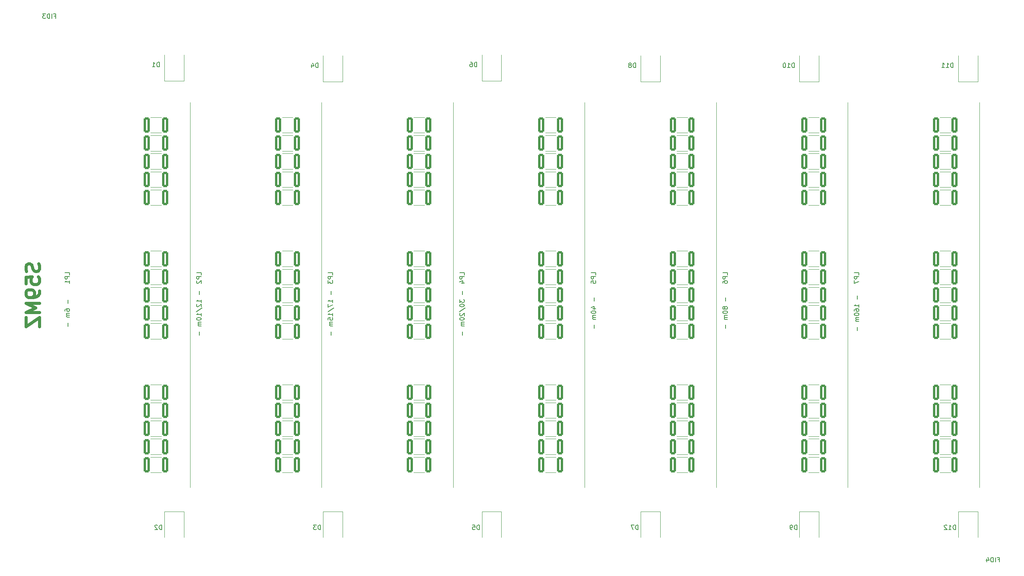
<source format=gbo>
G04 #@! TF.GenerationSoftware,KiCad,Pcbnew,7.0.9-7.0.9~ubuntu20.04.1*
G04 #@! TF.CreationDate,2023-12-17T16:45:51+01:00*
G04 #@! TF.ProjectId,low_pass,6c6f775f-7061-4737-932e-6b696361645f,1.0*
G04 #@! TF.SameCoordinates,Original*
G04 #@! TF.FileFunction,Legend,Bot*
G04 #@! TF.FilePolarity,Positive*
%FSLAX46Y46*%
G04 Gerber Fmt 4.6, Leading zero omitted, Abs format (unit mm)*
G04 Created by KiCad (PCBNEW 7.0.9-7.0.9~ubuntu20.04.1) date 2023-12-17 16:45:51*
%MOMM*%
%LPD*%
G01*
G04 APERTURE LIST*
G04 Aperture macros list*
%AMRoundRect*
0 Rectangle with rounded corners*
0 $1 Rounding radius*
0 $2 $3 $4 $5 $6 $7 $8 $9 X,Y pos of 4 corners*
0 Add a 4 corners polygon primitive as box body*
4,1,4,$2,$3,$4,$5,$6,$7,$8,$9,$2,$3,0*
0 Add four circle primitives for the rounded corners*
1,1,$1+$1,$2,$3*
1,1,$1+$1,$4,$5*
1,1,$1+$1,$6,$7*
1,1,$1+$1,$8,$9*
0 Add four rect primitives between the rounded corners*
20,1,$1+$1,$2,$3,$4,$5,0*
20,1,$1+$1,$4,$5,$6,$7,0*
20,1,$1+$1,$6,$7,$8,$9,0*
20,1,$1+$1,$8,$9,$2,$3,0*%
G04 Aperture macros list end*
%ADD10C,0.700000*%
%ADD11C,0.150000*%
%ADD12C,0.120000*%
%ADD13C,5.600000*%
%ADD14R,2.500000X2.500000*%
%ADD15O,2.500000X2.500000*%
%ADD16R,1.700000X1.700000*%
%ADD17O,1.700000X1.700000*%
%ADD18RoundRect,0.249999X0.450001X1.450001X-0.450001X1.450001X-0.450001X-1.450001X0.450001X-1.450001X0*%
%ADD19C,5.000000*%
%ADD20R,2.300000X2.500000*%
%ADD21C,2.000000*%
G04 APERTURE END LIST*
D10*
X43708600Y-82642857D02*
X43851457Y-83071429D01*
X43851457Y-83071429D02*
X43851457Y-83785714D01*
X43851457Y-83785714D02*
X43708600Y-84071429D01*
X43708600Y-84071429D02*
X43565742Y-84214286D01*
X43565742Y-84214286D02*
X43280028Y-84357143D01*
X43280028Y-84357143D02*
X42994314Y-84357143D01*
X42994314Y-84357143D02*
X42708600Y-84214286D01*
X42708600Y-84214286D02*
X42565742Y-84071429D01*
X42565742Y-84071429D02*
X42422885Y-83785714D01*
X42422885Y-83785714D02*
X42280028Y-83214286D01*
X42280028Y-83214286D02*
X42137171Y-82928571D01*
X42137171Y-82928571D02*
X41994314Y-82785714D01*
X41994314Y-82785714D02*
X41708600Y-82642857D01*
X41708600Y-82642857D02*
X41422885Y-82642857D01*
X41422885Y-82642857D02*
X41137171Y-82785714D01*
X41137171Y-82785714D02*
X40994314Y-82928571D01*
X40994314Y-82928571D02*
X40851457Y-83214286D01*
X40851457Y-83214286D02*
X40851457Y-83928571D01*
X40851457Y-83928571D02*
X40994314Y-84357143D01*
X40851457Y-87071429D02*
X40851457Y-85642857D01*
X40851457Y-85642857D02*
X42280028Y-85500000D01*
X42280028Y-85500000D02*
X42137171Y-85642857D01*
X42137171Y-85642857D02*
X41994314Y-85928572D01*
X41994314Y-85928572D02*
X41994314Y-86642857D01*
X41994314Y-86642857D02*
X42137171Y-86928572D01*
X42137171Y-86928572D02*
X42280028Y-87071429D01*
X42280028Y-87071429D02*
X42565742Y-87214286D01*
X42565742Y-87214286D02*
X43280028Y-87214286D01*
X43280028Y-87214286D02*
X43565742Y-87071429D01*
X43565742Y-87071429D02*
X43708600Y-86928572D01*
X43708600Y-86928572D02*
X43851457Y-86642857D01*
X43851457Y-86642857D02*
X43851457Y-85928572D01*
X43851457Y-85928572D02*
X43708600Y-85642857D01*
X43708600Y-85642857D02*
X43565742Y-85500000D01*
X43851457Y-88642857D02*
X43851457Y-89214286D01*
X43851457Y-89214286D02*
X43708600Y-89500000D01*
X43708600Y-89500000D02*
X43565742Y-89642857D01*
X43565742Y-89642857D02*
X43137171Y-89928572D01*
X43137171Y-89928572D02*
X42565742Y-90071429D01*
X42565742Y-90071429D02*
X41422885Y-90071429D01*
X41422885Y-90071429D02*
X41137171Y-89928572D01*
X41137171Y-89928572D02*
X40994314Y-89785715D01*
X40994314Y-89785715D02*
X40851457Y-89500000D01*
X40851457Y-89500000D02*
X40851457Y-88928572D01*
X40851457Y-88928572D02*
X40994314Y-88642857D01*
X40994314Y-88642857D02*
X41137171Y-88500000D01*
X41137171Y-88500000D02*
X41422885Y-88357143D01*
X41422885Y-88357143D02*
X42137171Y-88357143D01*
X42137171Y-88357143D02*
X42422885Y-88500000D01*
X42422885Y-88500000D02*
X42565742Y-88642857D01*
X42565742Y-88642857D02*
X42708600Y-88928572D01*
X42708600Y-88928572D02*
X42708600Y-89500000D01*
X42708600Y-89500000D02*
X42565742Y-89785715D01*
X42565742Y-89785715D02*
X42422885Y-89928572D01*
X42422885Y-89928572D02*
X42137171Y-90071429D01*
X43851457Y-91357143D02*
X40851457Y-91357143D01*
X40851457Y-91357143D02*
X42994314Y-92357143D01*
X42994314Y-92357143D02*
X40851457Y-93357143D01*
X40851457Y-93357143D02*
X43851457Y-93357143D01*
X40851457Y-94500000D02*
X40851457Y-96500000D01*
X40851457Y-96500000D02*
X43851457Y-94500000D01*
X43851457Y-94500000D02*
X43851457Y-96500000D01*
D11*
X224454819Y-85083333D02*
X224454819Y-84607143D01*
X224454819Y-84607143D02*
X223454819Y-84607143D01*
X224454819Y-85416667D02*
X223454819Y-85416667D01*
X223454819Y-85416667D02*
X223454819Y-85797619D01*
X223454819Y-85797619D02*
X223502438Y-85892857D01*
X223502438Y-85892857D02*
X223550057Y-85940476D01*
X223550057Y-85940476D02*
X223645295Y-85988095D01*
X223645295Y-85988095D02*
X223788152Y-85988095D01*
X223788152Y-85988095D02*
X223883390Y-85940476D01*
X223883390Y-85940476D02*
X223931009Y-85892857D01*
X223931009Y-85892857D02*
X223978628Y-85797619D01*
X223978628Y-85797619D02*
X223978628Y-85416667D01*
X223454819Y-86321429D02*
X223454819Y-86988095D01*
X223454819Y-86988095D02*
X224454819Y-86559524D01*
X224073866Y-89642857D02*
X224073866Y-90404762D01*
X224454819Y-92166666D02*
X224454819Y-91595238D01*
X224454819Y-91880952D02*
X223454819Y-91880952D01*
X223454819Y-91880952D02*
X223597676Y-91785714D01*
X223597676Y-91785714D02*
X223692914Y-91690476D01*
X223692914Y-91690476D02*
X223740533Y-91595238D01*
X223454819Y-93023809D02*
X223454819Y-92833333D01*
X223454819Y-92833333D02*
X223502438Y-92738095D01*
X223502438Y-92738095D02*
X223550057Y-92690476D01*
X223550057Y-92690476D02*
X223692914Y-92595238D01*
X223692914Y-92595238D02*
X223883390Y-92547619D01*
X223883390Y-92547619D02*
X224264342Y-92547619D01*
X224264342Y-92547619D02*
X224359580Y-92595238D01*
X224359580Y-92595238D02*
X224407200Y-92642857D01*
X224407200Y-92642857D02*
X224454819Y-92738095D01*
X224454819Y-92738095D02*
X224454819Y-92928571D01*
X224454819Y-92928571D02*
X224407200Y-93023809D01*
X224407200Y-93023809D02*
X224359580Y-93071428D01*
X224359580Y-93071428D02*
X224264342Y-93119047D01*
X224264342Y-93119047D02*
X224026247Y-93119047D01*
X224026247Y-93119047D02*
X223931009Y-93071428D01*
X223931009Y-93071428D02*
X223883390Y-93023809D01*
X223883390Y-93023809D02*
X223835771Y-92928571D01*
X223835771Y-92928571D02*
X223835771Y-92738095D01*
X223835771Y-92738095D02*
X223883390Y-92642857D01*
X223883390Y-92642857D02*
X223931009Y-92595238D01*
X223931009Y-92595238D02*
X224026247Y-92547619D01*
X223454819Y-93738095D02*
X223454819Y-93833333D01*
X223454819Y-93833333D02*
X223502438Y-93928571D01*
X223502438Y-93928571D02*
X223550057Y-93976190D01*
X223550057Y-93976190D02*
X223645295Y-94023809D01*
X223645295Y-94023809D02*
X223835771Y-94071428D01*
X223835771Y-94071428D02*
X224073866Y-94071428D01*
X224073866Y-94071428D02*
X224264342Y-94023809D01*
X224264342Y-94023809D02*
X224359580Y-93976190D01*
X224359580Y-93976190D02*
X224407200Y-93928571D01*
X224407200Y-93928571D02*
X224454819Y-93833333D01*
X224454819Y-93833333D02*
X224454819Y-93738095D01*
X224454819Y-93738095D02*
X224407200Y-93642857D01*
X224407200Y-93642857D02*
X224359580Y-93595238D01*
X224359580Y-93595238D02*
X224264342Y-93547619D01*
X224264342Y-93547619D02*
X224073866Y-93500000D01*
X224073866Y-93500000D02*
X223835771Y-93500000D01*
X223835771Y-93500000D02*
X223645295Y-93547619D01*
X223645295Y-93547619D02*
X223550057Y-93595238D01*
X223550057Y-93595238D02*
X223502438Y-93642857D01*
X223502438Y-93642857D02*
X223454819Y-93738095D01*
X224454819Y-94500000D02*
X223788152Y-94500000D01*
X223883390Y-94500000D02*
X223835771Y-94547619D01*
X223835771Y-94547619D02*
X223788152Y-94642857D01*
X223788152Y-94642857D02*
X223788152Y-94785714D01*
X223788152Y-94785714D02*
X223835771Y-94880952D01*
X223835771Y-94880952D02*
X223931009Y-94928571D01*
X223931009Y-94928571D02*
X224454819Y-94928571D01*
X223931009Y-94928571D02*
X223835771Y-94976190D01*
X223835771Y-94976190D02*
X223788152Y-95071428D01*
X223788152Y-95071428D02*
X223788152Y-95214285D01*
X223788152Y-95214285D02*
X223835771Y-95309524D01*
X223835771Y-95309524D02*
X223931009Y-95357143D01*
X223931009Y-95357143D02*
X224454819Y-95357143D01*
X224073866Y-96595238D02*
X224073866Y-97357143D01*
X166454819Y-85083333D02*
X166454819Y-84607143D01*
X166454819Y-84607143D02*
X165454819Y-84607143D01*
X166454819Y-85416667D02*
X165454819Y-85416667D01*
X165454819Y-85416667D02*
X165454819Y-85797619D01*
X165454819Y-85797619D02*
X165502438Y-85892857D01*
X165502438Y-85892857D02*
X165550057Y-85940476D01*
X165550057Y-85940476D02*
X165645295Y-85988095D01*
X165645295Y-85988095D02*
X165788152Y-85988095D01*
X165788152Y-85988095D02*
X165883390Y-85940476D01*
X165883390Y-85940476D02*
X165931009Y-85892857D01*
X165931009Y-85892857D02*
X165978628Y-85797619D01*
X165978628Y-85797619D02*
X165978628Y-85416667D01*
X165454819Y-86892857D02*
X165454819Y-86416667D01*
X165454819Y-86416667D02*
X165931009Y-86369048D01*
X165931009Y-86369048D02*
X165883390Y-86416667D01*
X165883390Y-86416667D02*
X165835771Y-86511905D01*
X165835771Y-86511905D02*
X165835771Y-86750000D01*
X165835771Y-86750000D02*
X165883390Y-86845238D01*
X165883390Y-86845238D02*
X165931009Y-86892857D01*
X165931009Y-86892857D02*
X166026247Y-86940476D01*
X166026247Y-86940476D02*
X166264342Y-86940476D01*
X166264342Y-86940476D02*
X166359580Y-86892857D01*
X166359580Y-86892857D02*
X166407200Y-86845238D01*
X166407200Y-86845238D02*
X166454819Y-86750000D01*
X166454819Y-86750000D02*
X166454819Y-86511905D01*
X166454819Y-86511905D02*
X166407200Y-86416667D01*
X166407200Y-86416667D02*
X166359580Y-86369048D01*
X166073866Y-90119048D02*
X166073866Y-90880953D01*
X165788152Y-92547619D02*
X166454819Y-92547619D01*
X165407200Y-92309524D02*
X166121485Y-92071429D01*
X166121485Y-92071429D02*
X166121485Y-92690476D01*
X165454819Y-93261905D02*
X165454819Y-93357143D01*
X165454819Y-93357143D02*
X165502438Y-93452381D01*
X165502438Y-93452381D02*
X165550057Y-93500000D01*
X165550057Y-93500000D02*
X165645295Y-93547619D01*
X165645295Y-93547619D02*
X165835771Y-93595238D01*
X165835771Y-93595238D02*
X166073866Y-93595238D01*
X166073866Y-93595238D02*
X166264342Y-93547619D01*
X166264342Y-93547619D02*
X166359580Y-93500000D01*
X166359580Y-93500000D02*
X166407200Y-93452381D01*
X166407200Y-93452381D02*
X166454819Y-93357143D01*
X166454819Y-93357143D02*
X166454819Y-93261905D01*
X166454819Y-93261905D02*
X166407200Y-93166667D01*
X166407200Y-93166667D02*
X166359580Y-93119048D01*
X166359580Y-93119048D02*
X166264342Y-93071429D01*
X166264342Y-93071429D02*
X166073866Y-93023810D01*
X166073866Y-93023810D02*
X165835771Y-93023810D01*
X165835771Y-93023810D02*
X165645295Y-93071429D01*
X165645295Y-93071429D02*
X165550057Y-93119048D01*
X165550057Y-93119048D02*
X165502438Y-93166667D01*
X165502438Y-93166667D02*
X165454819Y-93261905D01*
X166454819Y-94023810D02*
X165788152Y-94023810D01*
X165883390Y-94023810D02*
X165835771Y-94071429D01*
X165835771Y-94071429D02*
X165788152Y-94166667D01*
X165788152Y-94166667D02*
X165788152Y-94309524D01*
X165788152Y-94309524D02*
X165835771Y-94404762D01*
X165835771Y-94404762D02*
X165931009Y-94452381D01*
X165931009Y-94452381D02*
X166454819Y-94452381D01*
X165931009Y-94452381D02*
X165835771Y-94500000D01*
X165835771Y-94500000D02*
X165788152Y-94595238D01*
X165788152Y-94595238D02*
X165788152Y-94738095D01*
X165788152Y-94738095D02*
X165835771Y-94833334D01*
X165835771Y-94833334D02*
X165931009Y-94880953D01*
X165931009Y-94880953D02*
X166454819Y-94880953D01*
X166073866Y-96119048D02*
X166073866Y-96880953D01*
X175775594Y-141304819D02*
X175775594Y-140304819D01*
X175775594Y-140304819D02*
X175537499Y-140304819D01*
X175537499Y-140304819D02*
X175394642Y-140352438D01*
X175394642Y-140352438D02*
X175299404Y-140447676D01*
X175299404Y-140447676D02*
X175251785Y-140542914D01*
X175251785Y-140542914D02*
X175204166Y-140733390D01*
X175204166Y-140733390D02*
X175204166Y-140876247D01*
X175204166Y-140876247D02*
X175251785Y-141066723D01*
X175251785Y-141066723D02*
X175299404Y-141161961D01*
X175299404Y-141161961D02*
X175394642Y-141257200D01*
X175394642Y-141257200D02*
X175537499Y-141304819D01*
X175537499Y-141304819D02*
X175775594Y-141304819D01*
X174870832Y-140304819D02*
X174204166Y-140304819D01*
X174204166Y-140304819D02*
X174632737Y-141304819D01*
X195454819Y-85083333D02*
X195454819Y-84607143D01*
X195454819Y-84607143D02*
X194454819Y-84607143D01*
X195454819Y-85416667D02*
X194454819Y-85416667D01*
X194454819Y-85416667D02*
X194454819Y-85797619D01*
X194454819Y-85797619D02*
X194502438Y-85892857D01*
X194502438Y-85892857D02*
X194550057Y-85940476D01*
X194550057Y-85940476D02*
X194645295Y-85988095D01*
X194645295Y-85988095D02*
X194788152Y-85988095D01*
X194788152Y-85988095D02*
X194883390Y-85940476D01*
X194883390Y-85940476D02*
X194931009Y-85892857D01*
X194931009Y-85892857D02*
X194978628Y-85797619D01*
X194978628Y-85797619D02*
X194978628Y-85416667D01*
X194454819Y-86845238D02*
X194454819Y-86654762D01*
X194454819Y-86654762D02*
X194502438Y-86559524D01*
X194502438Y-86559524D02*
X194550057Y-86511905D01*
X194550057Y-86511905D02*
X194692914Y-86416667D01*
X194692914Y-86416667D02*
X194883390Y-86369048D01*
X194883390Y-86369048D02*
X195264342Y-86369048D01*
X195264342Y-86369048D02*
X195359580Y-86416667D01*
X195359580Y-86416667D02*
X195407200Y-86464286D01*
X195407200Y-86464286D02*
X195454819Y-86559524D01*
X195454819Y-86559524D02*
X195454819Y-86750000D01*
X195454819Y-86750000D02*
X195407200Y-86845238D01*
X195407200Y-86845238D02*
X195359580Y-86892857D01*
X195359580Y-86892857D02*
X195264342Y-86940476D01*
X195264342Y-86940476D02*
X195026247Y-86940476D01*
X195026247Y-86940476D02*
X194931009Y-86892857D01*
X194931009Y-86892857D02*
X194883390Y-86845238D01*
X194883390Y-86845238D02*
X194835771Y-86750000D01*
X194835771Y-86750000D02*
X194835771Y-86559524D01*
X194835771Y-86559524D02*
X194883390Y-86464286D01*
X194883390Y-86464286D02*
X194931009Y-86416667D01*
X194931009Y-86416667D02*
X195026247Y-86369048D01*
X195073866Y-90119048D02*
X195073866Y-90880953D01*
X194883390Y-92261905D02*
X194835771Y-92166667D01*
X194835771Y-92166667D02*
X194788152Y-92119048D01*
X194788152Y-92119048D02*
X194692914Y-92071429D01*
X194692914Y-92071429D02*
X194645295Y-92071429D01*
X194645295Y-92071429D02*
X194550057Y-92119048D01*
X194550057Y-92119048D02*
X194502438Y-92166667D01*
X194502438Y-92166667D02*
X194454819Y-92261905D01*
X194454819Y-92261905D02*
X194454819Y-92452381D01*
X194454819Y-92452381D02*
X194502438Y-92547619D01*
X194502438Y-92547619D02*
X194550057Y-92595238D01*
X194550057Y-92595238D02*
X194645295Y-92642857D01*
X194645295Y-92642857D02*
X194692914Y-92642857D01*
X194692914Y-92642857D02*
X194788152Y-92595238D01*
X194788152Y-92595238D02*
X194835771Y-92547619D01*
X194835771Y-92547619D02*
X194883390Y-92452381D01*
X194883390Y-92452381D02*
X194883390Y-92261905D01*
X194883390Y-92261905D02*
X194931009Y-92166667D01*
X194931009Y-92166667D02*
X194978628Y-92119048D01*
X194978628Y-92119048D02*
X195073866Y-92071429D01*
X195073866Y-92071429D02*
X195264342Y-92071429D01*
X195264342Y-92071429D02*
X195359580Y-92119048D01*
X195359580Y-92119048D02*
X195407200Y-92166667D01*
X195407200Y-92166667D02*
X195454819Y-92261905D01*
X195454819Y-92261905D02*
X195454819Y-92452381D01*
X195454819Y-92452381D02*
X195407200Y-92547619D01*
X195407200Y-92547619D02*
X195359580Y-92595238D01*
X195359580Y-92595238D02*
X195264342Y-92642857D01*
X195264342Y-92642857D02*
X195073866Y-92642857D01*
X195073866Y-92642857D02*
X194978628Y-92595238D01*
X194978628Y-92595238D02*
X194931009Y-92547619D01*
X194931009Y-92547619D02*
X194883390Y-92452381D01*
X194454819Y-93261905D02*
X194454819Y-93357143D01*
X194454819Y-93357143D02*
X194502438Y-93452381D01*
X194502438Y-93452381D02*
X194550057Y-93500000D01*
X194550057Y-93500000D02*
X194645295Y-93547619D01*
X194645295Y-93547619D02*
X194835771Y-93595238D01*
X194835771Y-93595238D02*
X195073866Y-93595238D01*
X195073866Y-93595238D02*
X195264342Y-93547619D01*
X195264342Y-93547619D02*
X195359580Y-93500000D01*
X195359580Y-93500000D02*
X195407200Y-93452381D01*
X195407200Y-93452381D02*
X195454819Y-93357143D01*
X195454819Y-93357143D02*
X195454819Y-93261905D01*
X195454819Y-93261905D02*
X195407200Y-93166667D01*
X195407200Y-93166667D02*
X195359580Y-93119048D01*
X195359580Y-93119048D02*
X195264342Y-93071429D01*
X195264342Y-93071429D02*
X195073866Y-93023810D01*
X195073866Y-93023810D02*
X194835771Y-93023810D01*
X194835771Y-93023810D02*
X194645295Y-93071429D01*
X194645295Y-93071429D02*
X194550057Y-93119048D01*
X194550057Y-93119048D02*
X194502438Y-93166667D01*
X194502438Y-93166667D02*
X194454819Y-93261905D01*
X195454819Y-94023810D02*
X194788152Y-94023810D01*
X194883390Y-94023810D02*
X194835771Y-94071429D01*
X194835771Y-94071429D02*
X194788152Y-94166667D01*
X194788152Y-94166667D02*
X194788152Y-94309524D01*
X194788152Y-94309524D02*
X194835771Y-94404762D01*
X194835771Y-94404762D02*
X194931009Y-94452381D01*
X194931009Y-94452381D02*
X195454819Y-94452381D01*
X194931009Y-94452381D02*
X194835771Y-94500000D01*
X194835771Y-94500000D02*
X194788152Y-94595238D01*
X194788152Y-94595238D02*
X194788152Y-94738095D01*
X194788152Y-94738095D02*
X194835771Y-94833334D01*
X194835771Y-94833334D02*
X194931009Y-94880953D01*
X194931009Y-94880953D02*
X195454819Y-94880953D01*
X195073866Y-96119048D02*
X195073866Y-96880953D01*
X175238094Y-39304819D02*
X175238094Y-38304819D01*
X175238094Y-38304819D02*
X174999999Y-38304819D01*
X174999999Y-38304819D02*
X174857142Y-38352438D01*
X174857142Y-38352438D02*
X174761904Y-38447676D01*
X174761904Y-38447676D02*
X174714285Y-38542914D01*
X174714285Y-38542914D02*
X174666666Y-38733390D01*
X174666666Y-38733390D02*
X174666666Y-38876247D01*
X174666666Y-38876247D02*
X174714285Y-39066723D01*
X174714285Y-39066723D02*
X174761904Y-39161961D01*
X174761904Y-39161961D02*
X174857142Y-39257200D01*
X174857142Y-39257200D02*
X174999999Y-39304819D01*
X174999999Y-39304819D02*
X175238094Y-39304819D01*
X174095237Y-38733390D02*
X174190475Y-38685771D01*
X174190475Y-38685771D02*
X174238094Y-38638152D01*
X174238094Y-38638152D02*
X174285713Y-38542914D01*
X174285713Y-38542914D02*
X174285713Y-38495295D01*
X174285713Y-38495295D02*
X174238094Y-38400057D01*
X174238094Y-38400057D02*
X174190475Y-38352438D01*
X174190475Y-38352438D02*
X174095237Y-38304819D01*
X174095237Y-38304819D02*
X173904761Y-38304819D01*
X173904761Y-38304819D02*
X173809523Y-38352438D01*
X173809523Y-38352438D02*
X173761904Y-38400057D01*
X173761904Y-38400057D02*
X173714285Y-38495295D01*
X173714285Y-38495295D02*
X173714285Y-38542914D01*
X173714285Y-38542914D02*
X173761904Y-38638152D01*
X173761904Y-38638152D02*
X173809523Y-38685771D01*
X173809523Y-38685771D02*
X173904761Y-38733390D01*
X173904761Y-38733390D02*
X174095237Y-38733390D01*
X174095237Y-38733390D02*
X174190475Y-38781009D01*
X174190475Y-38781009D02*
X174238094Y-38828628D01*
X174238094Y-38828628D02*
X174285713Y-38923866D01*
X174285713Y-38923866D02*
X174285713Y-39114342D01*
X174285713Y-39114342D02*
X174238094Y-39209580D01*
X174238094Y-39209580D02*
X174190475Y-39257200D01*
X174190475Y-39257200D02*
X174095237Y-39304819D01*
X174095237Y-39304819D02*
X173904761Y-39304819D01*
X173904761Y-39304819D02*
X173809523Y-39257200D01*
X173809523Y-39257200D02*
X173761904Y-39209580D01*
X173761904Y-39209580D02*
X173714285Y-39114342D01*
X173714285Y-39114342D02*
X173714285Y-38923866D01*
X173714285Y-38923866D02*
X173761904Y-38828628D01*
X173761904Y-38828628D02*
X173809523Y-38781009D01*
X173809523Y-38781009D02*
X173904761Y-38733390D01*
X245751785Y-141304819D02*
X245751785Y-140304819D01*
X245751785Y-140304819D02*
X245513690Y-140304819D01*
X245513690Y-140304819D02*
X245370833Y-140352438D01*
X245370833Y-140352438D02*
X245275595Y-140447676D01*
X245275595Y-140447676D02*
X245227976Y-140542914D01*
X245227976Y-140542914D02*
X245180357Y-140733390D01*
X245180357Y-140733390D02*
X245180357Y-140876247D01*
X245180357Y-140876247D02*
X245227976Y-141066723D01*
X245227976Y-141066723D02*
X245275595Y-141161961D01*
X245275595Y-141161961D02*
X245370833Y-141257200D01*
X245370833Y-141257200D02*
X245513690Y-141304819D01*
X245513690Y-141304819D02*
X245751785Y-141304819D01*
X244227976Y-141304819D02*
X244799404Y-141304819D01*
X244513690Y-141304819D02*
X244513690Y-140304819D01*
X244513690Y-140304819D02*
X244608928Y-140447676D01*
X244608928Y-140447676D02*
X244704166Y-140542914D01*
X244704166Y-140542914D02*
X244799404Y-140590533D01*
X243847023Y-140400057D02*
X243799404Y-140352438D01*
X243799404Y-140352438D02*
X243704166Y-140304819D01*
X243704166Y-140304819D02*
X243466071Y-140304819D01*
X243466071Y-140304819D02*
X243370833Y-140352438D01*
X243370833Y-140352438D02*
X243323214Y-140400057D01*
X243323214Y-140400057D02*
X243275595Y-140495295D01*
X243275595Y-140495295D02*
X243275595Y-140590533D01*
X243275595Y-140590533D02*
X243323214Y-140733390D01*
X243323214Y-140733390D02*
X243894642Y-141304819D01*
X243894642Y-141304819D02*
X243275595Y-141304819D01*
X108454819Y-85083333D02*
X108454819Y-84607143D01*
X108454819Y-84607143D02*
X107454819Y-84607143D01*
X108454819Y-85416667D02*
X107454819Y-85416667D01*
X107454819Y-85416667D02*
X107454819Y-85797619D01*
X107454819Y-85797619D02*
X107502438Y-85892857D01*
X107502438Y-85892857D02*
X107550057Y-85940476D01*
X107550057Y-85940476D02*
X107645295Y-85988095D01*
X107645295Y-85988095D02*
X107788152Y-85988095D01*
X107788152Y-85988095D02*
X107883390Y-85940476D01*
X107883390Y-85940476D02*
X107931009Y-85892857D01*
X107931009Y-85892857D02*
X107978628Y-85797619D01*
X107978628Y-85797619D02*
X107978628Y-85416667D01*
X107454819Y-86321429D02*
X107454819Y-86940476D01*
X107454819Y-86940476D02*
X107835771Y-86607143D01*
X107835771Y-86607143D02*
X107835771Y-86750000D01*
X107835771Y-86750000D02*
X107883390Y-86845238D01*
X107883390Y-86845238D02*
X107931009Y-86892857D01*
X107931009Y-86892857D02*
X108026247Y-86940476D01*
X108026247Y-86940476D02*
X108264342Y-86940476D01*
X108264342Y-86940476D02*
X108359580Y-86892857D01*
X108359580Y-86892857D02*
X108407200Y-86845238D01*
X108407200Y-86845238D02*
X108454819Y-86750000D01*
X108454819Y-86750000D02*
X108454819Y-86464286D01*
X108454819Y-86464286D02*
X108407200Y-86369048D01*
X108407200Y-86369048D02*
X108359580Y-86321429D01*
X108073866Y-88642857D02*
X108073866Y-89404762D01*
X108454819Y-91166666D02*
X108454819Y-90595238D01*
X108454819Y-90880952D02*
X107454819Y-90880952D01*
X107454819Y-90880952D02*
X107597676Y-90785714D01*
X107597676Y-90785714D02*
X107692914Y-90690476D01*
X107692914Y-90690476D02*
X107740533Y-90595238D01*
X107454819Y-91500000D02*
X107454819Y-92166666D01*
X107454819Y-92166666D02*
X108454819Y-91738095D01*
X107407200Y-93261904D02*
X108692914Y-92404762D01*
X108454819Y-94119047D02*
X108454819Y-93547619D01*
X108454819Y-93833333D02*
X107454819Y-93833333D01*
X107454819Y-93833333D02*
X107597676Y-93738095D01*
X107597676Y-93738095D02*
X107692914Y-93642857D01*
X107692914Y-93642857D02*
X107740533Y-93547619D01*
X107454819Y-95023809D02*
X107454819Y-94547619D01*
X107454819Y-94547619D02*
X107931009Y-94500000D01*
X107931009Y-94500000D02*
X107883390Y-94547619D01*
X107883390Y-94547619D02*
X107835771Y-94642857D01*
X107835771Y-94642857D02*
X107835771Y-94880952D01*
X107835771Y-94880952D02*
X107883390Y-94976190D01*
X107883390Y-94976190D02*
X107931009Y-95023809D01*
X107931009Y-95023809D02*
X108026247Y-95071428D01*
X108026247Y-95071428D02*
X108264342Y-95071428D01*
X108264342Y-95071428D02*
X108359580Y-95023809D01*
X108359580Y-95023809D02*
X108407200Y-94976190D01*
X108407200Y-94976190D02*
X108454819Y-94880952D01*
X108454819Y-94880952D02*
X108454819Y-94642857D01*
X108454819Y-94642857D02*
X108407200Y-94547619D01*
X108407200Y-94547619D02*
X108359580Y-94500000D01*
X108454819Y-95500000D02*
X107788152Y-95500000D01*
X107883390Y-95500000D02*
X107835771Y-95547619D01*
X107835771Y-95547619D02*
X107788152Y-95642857D01*
X107788152Y-95642857D02*
X107788152Y-95785714D01*
X107788152Y-95785714D02*
X107835771Y-95880952D01*
X107835771Y-95880952D02*
X107931009Y-95928571D01*
X107931009Y-95928571D02*
X108454819Y-95928571D01*
X107931009Y-95928571D02*
X107835771Y-95976190D01*
X107835771Y-95976190D02*
X107788152Y-96071428D01*
X107788152Y-96071428D02*
X107788152Y-96214285D01*
X107788152Y-96214285D02*
X107835771Y-96309524D01*
X107835771Y-96309524D02*
X107931009Y-96357143D01*
X107931009Y-96357143D02*
X108454819Y-96357143D01*
X108073866Y-97595238D02*
X108073866Y-98357143D01*
X255071428Y-147931009D02*
X255404761Y-147931009D01*
X255404761Y-148454819D02*
X255404761Y-147454819D01*
X255404761Y-147454819D02*
X254928571Y-147454819D01*
X254547618Y-148454819D02*
X254547618Y-147454819D01*
X254071428Y-148454819D02*
X254071428Y-147454819D01*
X254071428Y-147454819D02*
X253833333Y-147454819D01*
X253833333Y-147454819D02*
X253690476Y-147502438D01*
X253690476Y-147502438D02*
X253595238Y-147597676D01*
X253595238Y-147597676D02*
X253547619Y-147692914D01*
X253547619Y-147692914D02*
X253500000Y-147883390D01*
X253500000Y-147883390D02*
X253500000Y-148026247D01*
X253500000Y-148026247D02*
X253547619Y-148216723D01*
X253547619Y-148216723D02*
X253595238Y-148311961D01*
X253595238Y-148311961D02*
X253690476Y-148407200D01*
X253690476Y-148407200D02*
X253833333Y-148454819D01*
X253833333Y-148454819D02*
X254071428Y-148454819D01*
X252642857Y-147788152D02*
X252642857Y-148454819D01*
X252880952Y-147407200D02*
X253119047Y-148121485D01*
X253119047Y-148121485D02*
X252500000Y-148121485D01*
X210775594Y-141304819D02*
X210775594Y-140304819D01*
X210775594Y-140304819D02*
X210537499Y-140304819D01*
X210537499Y-140304819D02*
X210394642Y-140352438D01*
X210394642Y-140352438D02*
X210299404Y-140447676D01*
X210299404Y-140447676D02*
X210251785Y-140542914D01*
X210251785Y-140542914D02*
X210204166Y-140733390D01*
X210204166Y-140733390D02*
X210204166Y-140876247D01*
X210204166Y-140876247D02*
X210251785Y-141066723D01*
X210251785Y-141066723D02*
X210299404Y-141161961D01*
X210299404Y-141161961D02*
X210394642Y-141257200D01*
X210394642Y-141257200D02*
X210537499Y-141304819D01*
X210537499Y-141304819D02*
X210775594Y-141304819D01*
X209727975Y-141304819D02*
X209537499Y-141304819D01*
X209537499Y-141304819D02*
X209442261Y-141257200D01*
X209442261Y-141257200D02*
X209394642Y-141209580D01*
X209394642Y-141209580D02*
X209299404Y-141066723D01*
X209299404Y-141066723D02*
X209251785Y-140876247D01*
X209251785Y-140876247D02*
X209251785Y-140495295D01*
X209251785Y-140495295D02*
X209299404Y-140400057D01*
X209299404Y-140400057D02*
X209347023Y-140352438D01*
X209347023Y-140352438D02*
X209442261Y-140304819D01*
X209442261Y-140304819D02*
X209632737Y-140304819D01*
X209632737Y-140304819D02*
X209727975Y-140352438D01*
X209727975Y-140352438D02*
X209775594Y-140400057D01*
X209775594Y-140400057D02*
X209823213Y-140495295D01*
X209823213Y-140495295D02*
X209823213Y-140733390D01*
X209823213Y-140733390D02*
X209775594Y-140828628D01*
X209775594Y-140828628D02*
X209727975Y-140876247D01*
X209727975Y-140876247D02*
X209632737Y-140923866D01*
X209632737Y-140923866D02*
X209442261Y-140923866D01*
X209442261Y-140923866D02*
X209347023Y-140876247D01*
X209347023Y-140876247D02*
X209299404Y-140828628D01*
X209299404Y-140828628D02*
X209251785Y-140733390D01*
X70238094Y-39142319D02*
X70238094Y-38142319D01*
X70238094Y-38142319D02*
X69999999Y-38142319D01*
X69999999Y-38142319D02*
X69857142Y-38189938D01*
X69857142Y-38189938D02*
X69761904Y-38285176D01*
X69761904Y-38285176D02*
X69714285Y-38380414D01*
X69714285Y-38380414D02*
X69666666Y-38570890D01*
X69666666Y-38570890D02*
X69666666Y-38713747D01*
X69666666Y-38713747D02*
X69714285Y-38904223D01*
X69714285Y-38904223D02*
X69761904Y-38999461D01*
X69761904Y-38999461D02*
X69857142Y-39094700D01*
X69857142Y-39094700D02*
X69999999Y-39142319D01*
X69999999Y-39142319D02*
X70238094Y-39142319D01*
X68714285Y-39142319D02*
X69285713Y-39142319D01*
X68999999Y-39142319D02*
X68999999Y-38142319D01*
X68999999Y-38142319D02*
X69095237Y-38285176D01*
X69095237Y-38285176D02*
X69190475Y-38380414D01*
X69190475Y-38380414D02*
X69285713Y-38428033D01*
X79454819Y-85083333D02*
X79454819Y-84607143D01*
X79454819Y-84607143D02*
X78454819Y-84607143D01*
X79454819Y-85416667D02*
X78454819Y-85416667D01*
X78454819Y-85416667D02*
X78454819Y-85797619D01*
X78454819Y-85797619D02*
X78502438Y-85892857D01*
X78502438Y-85892857D02*
X78550057Y-85940476D01*
X78550057Y-85940476D02*
X78645295Y-85988095D01*
X78645295Y-85988095D02*
X78788152Y-85988095D01*
X78788152Y-85988095D02*
X78883390Y-85940476D01*
X78883390Y-85940476D02*
X78931009Y-85892857D01*
X78931009Y-85892857D02*
X78978628Y-85797619D01*
X78978628Y-85797619D02*
X78978628Y-85416667D01*
X78550057Y-86369048D02*
X78502438Y-86416667D01*
X78502438Y-86416667D02*
X78454819Y-86511905D01*
X78454819Y-86511905D02*
X78454819Y-86750000D01*
X78454819Y-86750000D02*
X78502438Y-86845238D01*
X78502438Y-86845238D02*
X78550057Y-86892857D01*
X78550057Y-86892857D02*
X78645295Y-86940476D01*
X78645295Y-86940476D02*
X78740533Y-86940476D01*
X78740533Y-86940476D02*
X78883390Y-86892857D01*
X78883390Y-86892857D02*
X79454819Y-86321429D01*
X79454819Y-86321429D02*
X79454819Y-86940476D01*
X79073866Y-88642857D02*
X79073866Y-89404762D01*
X79454819Y-91166666D02*
X79454819Y-90595238D01*
X79454819Y-90880952D02*
X78454819Y-90880952D01*
X78454819Y-90880952D02*
X78597676Y-90785714D01*
X78597676Y-90785714D02*
X78692914Y-90690476D01*
X78692914Y-90690476D02*
X78740533Y-90595238D01*
X78550057Y-91547619D02*
X78502438Y-91595238D01*
X78502438Y-91595238D02*
X78454819Y-91690476D01*
X78454819Y-91690476D02*
X78454819Y-91928571D01*
X78454819Y-91928571D02*
X78502438Y-92023809D01*
X78502438Y-92023809D02*
X78550057Y-92071428D01*
X78550057Y-92071428D02*
X78645295Y-92119047D01*
X78645295Y-92119047D02*
X78740533Y-92119047D01*
X78740533Y-92119047D02*
X78883390Y-92071428D01*
X78883390Y-92071428D02*
X79454819Y-91500000D01*
X79454819Y-91500000D02*
X79454819Y-92119047D01*
X78407200Y-93261904D02*
X79692914Y-92404762D01*
X79454819Y-94119047D02*
X79454819Y-93547619D01*
X79454819Y-93833333D02*
X78454819Y-93833333D01*
X78454819Y-93833333D02*
X78597676Y-93738095D01*
X78597676Y-93738095D02*
X78692914Y-93642857D01*
X78692914Y-93642857D02*
X78740533Y-93547619D01*
X78454819Y-94738095D02*
X78454819Y-94833333D01*
X78454819Y-94833333D02*
X78502438Y-94928571D01*
X78502438Y-94928571D02*
X78550057Y-94976190D01*
X78550057Y-94976190D02*
X78645295Y-95023809D01*
X78645295Y-95023809D02*
X78835771Y-95071428D01*
X78835771Y-95071428D02*
X79073866Y-95071428D01*
X79073866Y-95071428D02*
X79264342Y-95023809D01*
X79264342Y-95023809D02*
X79359580Y-94976190D01*
X79359580Y-94976190D02*
X79407200Y-94928571D01*
X79407200Y-94928571D02*
X79454819Y-94833333D01*
X79454819Y-94833333D02*
X79454819Y-94738095D01*
X79454819Y-94738095D02*
X79407200Y-94642857D01*
X79407200Y-94642857D02*
X79359580Y-94595238D01*
X79359580Y-94595238D02*
X79264342Y-94547619D01*
X79264342Y-94547619D02*
X79073866Y-94500000D01*
X79073866Y-94500000D02*
X78835771Y-94500000D01*
X78835771Y-94500000D02*
X78645295Y-94547619D01*
X78645295Y-94547619D02*
X78550057Y-94595238D01*
X78550057Y-94595238D02*
X78502438Y-94642857D01*
X78502438Y-94642857D02*
X78454819Y-94738095D01*
X79454819Y-95500000D02*
X78788152Y-95500000D01*
X78883390Y-95500000D02*
X78835771Y-95547619D01*
X78835771Y-95547619D02*
X78788152Y-95642857D01*
X78788152Y-95642857D02*
X78788152Y-95785714D01*
X78788152Y-95785714D02*
X78835771Y-95880952D01*
X78835771Y-95880952D02*
X78931009Y-95928571D01*
X78931009Y-95928571D02*
X79454819Y-95928571D01*
X78931009Y-95928571D02*
X78835771Y-95976190D01*
X78835771Y-95976190D02*
X78788152Y-96071428D01*
X78788152Y-96071428D02*
X78788152Y-96214285D01*
X78788152Y-96214285D02*
X78835771Y-96309524D01*
X78835771Y-96309524D02*
X78931009Y-96357143D01*
X78931009Y-96357143D02*
X79454819Y-96357143D01*
X79073866Y-97595238D02*
X79073866Y-98357143D01*
X105238094Y-39304819D02*
X105238094Y-38304819D01*
X105238094Y-38304819D02*
X104999999Y-38304819D01*
X104999999Y-38304819D02*
X104857142Y-38352438D01*
X104857142Y-38352438D02*
X104761904Y-38447676D01*
X104761904Y-38447676D02*
X104714285Y-38542914D01*
X104714285Y-38542914D02*
X104666666Y-38733390D01*
X104666666Y-38733390D02*
X104666666Y-38876247D01*
X104666666Y-38876247D02*
X104714285Y-39066723D01*
X104714285Y-39066723D02*
X104761904Y-39161961D01*
X104761904Y-39161961D02*
X104857142Y-39257200D01*
X104857142Y-39257200D02*
X104999999Y-39304819D01*
X104999999Y-39304819D02*
X105238094Y-39304819D01*
X103809523Y-38638152D02*
X103809523Y-39304819D01*
X104047618Y-38257200D02*
X104285713Y-38971485D01*
X104285713Y-38971485D02*
X103666666Y-38971485D01*
X210214285Y-39304819D02*
X210214285Y-38304819D01*
X210214285Y-38304819D02*
X209976190Y-38304819D01*
X209976190Y-38304819D02*
X209833333Y-38352438D01*
X209833333Y-38352438D02*
X209738095Y-38447676D01*
X209738095Y-38447676D02*
X209690476Y-38542914D01*
X209690476Y-38542914D02*
X209642857Y-38733390D01*
X209642857Y-38733390D02*
X209642857Y-38876247D01*
X209642857Y-38876247D02*
X209690476Y-39066723D01*
X209690476Y-39066723D02*
X209738095Y-39161961D01*
X209738095Y-39161961D02*
X209833333Y-39257200D01*
X209833333Y-39257200D02*
X209976190Y-39304819D01*
X209976190Y-39304819D02*
X210214285Y-39304819D01*
X208690476Y-39304819D02*
X209261904Y-39304819D01*
X208976190Y-39304819D02*
X208976190Y-38304819D01*
X208976190Y-38304819D02*
X209071428Y-38447676D01*
X209071428Y-38447676D02*
X209166666Y-38542914D01*
X209166666Y-38542914D02*
X209261904Y-38590533D01*
X208071428Y-38304819D02*
X207976190Y-38304819D01*
X207976190Y-38304819D02*
X207880952Y-38352438D01*
X207880952Y-38352438D02*
X207833333Y-38400057D01*
X207833333Y-38400057D02*
X207785714Y-38495295D01*
X207785714Y-38495295D02*
X207738095Y-38685771D01*
X207738095Y-38685771D02*
X207738095Y-38923866D01*
X207738095Y-38923866D02*
X207785714Y-39114342D01*
X207785714Y-39114342D02*
X207833333Y-39209580D01*
X207833333Y-39209580D02*
X207880952Y-39257200D01*
X207880952Y-39257200D02*
X207976190Y-39304819D01*
X207976190Y-39304819D02*
X208071428Y-39304819D01*
X208071428Y-39304819D02*
X208166666Y-39257200D01*
X208166666Y-39257200D02*
X208214285Y-39209580D01*
X208214285Y-39209580D02*
X208261904Y-39114342D01*
X208261904Y-39114342D02*
X208309523Y-38923866D01*
X208309523Y-38923866D02*
X208309523Y-38685771D01*
X208309523Y-38685771D02*
X208261904Y-38495295D01*
X208261904Y-38495295D02*
X208214285Y-38400057D01*
X208214285Y-38400057D02*
X208166666Y-38352438D01*
X208166666Y-38352438D02*
X208071428Y-38304819D01*
X140238094Y-39142319D02*
X140238094Y-38142319D01*
X140238094Y-38142319D02*
X139999999Y-38142319D01*
X139999999Y-38142319D02*
X139857142Y-38189938D01*
X139857142Y-38189938D02*
X139761904Y-38285176D01*
X139761904Y-38285176D02*
X139714285Y-38380414D01*
X139714285Y-38380414D02*
X139666666Y-38570890D01*
X139666666Y-38570890D02*
X139666666Y-38713747D01*
X139666666Y-38713747D02*
X139714285Y-38904223D01*
X139714285Y-38904223D02*
X139761904Y-38999461D01*
X139761904Y-38999461D02*
X139857142Y-39094700D01*
X139857142Y-39094700D02*
X139999999Y-39142319D01*
X139999999Y-39142319D02*
X140238094Y-39142319D01*
X138809523Y-38142319D02*
X138999999Y-38142319D01*
X138999999Y-38142319D02*
X139095237Y-38189938D01*
X139095237Y-38189938D02*
X139142856Y-38237557D01*
X139142856Y-38237557D02*
X139238094Y-38380414D01*
X139238094Y-38380414D02*
X139285713Y-38570890D01*
X139285713Y-38570890D02*
X139285713Y-38951842D01*
X139285713Y-38951842D02*
X139238094Y-39047080D01*
X139238094Y-39047080D02*
X139190475Y-39094700D01*
X139190475Y-39094700D02*
X139095237Y-39142319D01*
X139095237Y-39142319D02*
X138904761Y-39142319D01*
X138904761Y-39142319D02*
X138809523Y-39094700D01*
X138809523Y-39094700D02*
X138761904Y-39047080D01*
X138761904Y-39047080D02*
X138714285Y-38951842D01*
X138714285Y-38951842D02*
X138714285Y-38713747D01*
X138714285Y-38713747D02*
X138761904Y-38618509D01*
X138761904Y-38618509D02*
X138809523Y-38570890D01*
X138809523Y-38570890D02*
X138904761Y-38523271D01*
X138904761Y-38523271D02*
X139095237Y-38523271D01*
X139095237Y-38523271D02*
X139190475Y-38570890D01*
X139190475Y-38570890D02*
X139238094Y-38618509D01*
X139238094Y-38618509D02*
X139285713Y-38713747D01*
X105775594Y-141304819D02*
X105775594Y-140304819D01*
X105775594Y-140304819D02*
X105537499Y-140304819D01*
X105537499Y-140304819D02*
X105394642Y-140352438D01*
X105394642Y-140352438D02*
X105299404Y-140447676D01*
X105299404Y-140447676D02*
X105251785Y-140542914D01*
X105251785Y-140542914D02*
X105204166Y-140733390D01*
X105204166Y-140733390D02*
X105204166Y-140876247D01*
X105204166Y-140876247D02*
X105251785Y-141066723D01*
X105251785Y-141066723D02*
X105299404Y-141161961D01*
X105299404Y-141161961D02*
X105394642Y-141257200D01*
X105394642Y-141257200D02*
X105537499Y-141304819D01*
X105537499Y-141304819D02*
X105775594Y-141304819D01*
X104870832Y-140304819D02*
X104251785Y-140304819D01*
X104251785Y-140304819D02*
X104585118Y-140685771D01*
X104585118Y-140685771D02*
X104442261Y-140685771D01*
X104442261Y-140685771D02*
X104347023Y-140733390D01*
X104347023Y-140733390D02*
X104299404Y-140781009D01*
X104299404Y-140781009D02*
X104251785Y-140876247D01*
X104251785Y-140876247D02*
X104251785Y-141114342D01*
X104251785Y-141114342D02*
X104299404Y-141209580D01*
X104299404Y-141209580D02*
X104347023Y-141257200D01*
X104347023Y-141257200D02*
X104442261Y-141304819D01*
X104442261Y-141304819D02*
X104727975Y-141304819D01*
X104727975Y-141304819D02*
X104823213Y-141257200D01*
X104823213Y-141257200D02*
X104870832Y-141209580D01*
X137454819Y-85083333D02*
X137454819Y-84607143D01*
X137454819Y-84607143D02*
X136454819Y-84607143D01*
X137454819Y-85416667D02*
X136454819Y-85416667D01*
X136454819Y-85416667D02*
X136454819Y-85797619D01*
X136454819Y-85797619D02*
X136502438Y-85892857D01*
X136502438Y-85892857D02*
X136550057Y-85940476D01*
X136550057Y-85940476D02*
X136645295Y-85988095D01*
X136645295Y-85988095D02*
X136788152Y-85988095D01*
X136788152Y-85988095D02*
X136883390Y-85940476D01*
X136883390Y-85940476D02*
X136931009Y-85892857D01*
X136931009Y-85892857D02*
X136978628Y-85797619D01*
X136978628Y-85797619D02*
X136978628Y-85416667D01*
X136788152Y-86845238D02*
X137454819Y-86845238D01*
X136407200Y-86607143D02*
X137121485Y-86369048D01*
X137121485Y-86369048D02*
X137121485Y-86988095D01*
X137073866Y-88642857D02*
X137073866Y-89404762D01*
X136454819Y-90547619D02*
X136454819Y-91166666D01*
X136454819Y-91166666D02*
X136835771Y-90833333D01*
X136835771Y-90833333D02*
X136835771Y-90976190D01*
X136835771Y-90976190D02*
X136883390Y-91071428D01*
X136883390Y-91071428D02*
X136931009Y-91119047D01*
X136931009Y-91119047D02*
X137026247Y-91166666D01*
X137026247Y-91166666D02*
X137264342Y-91166666D01*
X137264342Y-91166666D02*
X137359580Y-91119047D01*
X137359580Y-91119047D02*
X137407200Y-91071428D01*
X137407200Y-91071428D02*
X137454819Y-90976190D01*
X137454819Y-90976190D02*
X137454819Y-90690476D01*
X137454819Y-90690476D02*
X137407200Y-90595238D01*
X137407200Y-90595238D02*
X137359580Y-90547619D01*
X136454819Y-91785714D02*
X136454819Y-91880952D01*
X136454819Y-91880952D02*
X136502438Y-91976190D01*
X136502438Y-91976190D02*
X136550057Y-92023809D01*
X136550057Y-92023809D02*
X136645295Y-92071428D01*
X136645295Y-92071428D02*
X136835771Y-92119047D01*
X136835771Y-92119047D02*
X137073866Y-92119047D01*
X137073866Y-92119047D02*
X137264342Y-92071428D01*
X137264342Y-92071428D02*
X137359580Y-92023809D01*
X137359580Y-92023809D02*
X137407200Y-91976190D01*
X137407200Y-91976190D02*
X137454819Y-91880952D01*
X137454819Y-91880952D02*
X137454819Y-91785714D01*
X137454819Y-91785714D02*
X137407200Y-91690476D01*
X137407200Y-91690476D02*
X137359580Y-91642857D01*
X137359580Y-91642857D02*
X137264342Y-91595238D01*
X137264342Y-91595238D02*
X137073866Y-91547619D01*
X137073866Y-91547619D02*
X136835771Y-91547619D01*
X136835771Y-91547619D02*
X136645295Y-91595238D01*
X136645295Y-91595238D02*
X136550057Y-91642857D01*
X136550057Y-91642857D02*
X136502438Y-91690476D01*
X136502438Y-91690476D02*
X136454819Y-91785714D01*
X136407200Y-93261904D02*
X137692914Y-92404762D01*
X136550057Y-93547619D02*
X136502438Y-93595238D01*
X136502438Y-93595238D02*
X136454819Y-93690476D01*
X136454819Y-93690476D02*
X136454819Y-93928571D01*
X136454819Y-93928571D02*
X136502438Y-94023809D01*
X136502438Y-94023809D02*
X136550057Y-94071428D01*
X136550057Y-94071428D02*
X136645295Y-94119047D01*
X136645295Y-94119047D02*
X136740533Y-94119047D01*
X136740533Y-94119047D02*
X136883390Y-94071428D01*
X136883390Y-94071428D02*
X137454819Y-93500000D01*
X137454819Y-93500000D02*
X137454819Y-94119047D01*
X136454819Y-94738095D02*
X136454819Y-94833333D01*
X136454819Y-94833333D02*
X136502438Y-94928571D01*
X136502438Y-94928571D02*
X136550057Y-94976190D01*
X136550057Y-94976190D02*
X136645295Y-95023809D01*
X136645295Y-95023809D02*
X136835771Y-95071428D01*
X136835771Y-95071428D02*
X137073866Y-95071428D01*
X137073866Y-95071428D02*
X137264342Y-95023809D01*
X137264342Y-95023809D02*
X137359580Y-94976190D01*
X137359580Y-94976190D02*
X137407200Y-94928571D01*
X137407200Y-94928571D02*
X137454819Y-94833333D01*
X137454819Y-94833333D02*
X137454819Y-94738095D01*
X137454819Y-94738095D02*
X137407200Y-94642857D01*
X137407200Y-94642857D02*
X137359580Y-94595238D01*
X137359580Y-94595238D02*
X137264342Y-94547619D01*
X137264342Y-94547619D02*
X137073866Y-94500000D01*
X137073866Y-94500000D02*
X136835771Y-94500000D01*
X136835771Y-94500000D02*
X136645295Y-94547619D01*
X136645295Y-94547619D02*
X136550057Y-94595238D01*
X136550057Y-94595238D02*
X136502438Y-94642857D01*
X136502438Y-94642857D02*
X136454819Y-94738095D01*
X137454819Y-95500000D02*
X136788152Y-95500000D01*
X136883390Y-95500000D02*
X136835771Y-95547619D01*
X136835771Y-95547619D02*
X136788152Y-95642857D01*
X136788152Y-95642857D02*
X136788152Y-95785714D01*
X136788152Y-95785714D02*
X136835771Y-95880952D01*
X136835771Y-95880952D02*
X136931009Y-95928571D01*
X136931009Y-95928571D02*
X137454819Y-95928571D01*
X136931009Y-95928571D02*
X136835771Y-95976190D01*
X136835771Y-95976190D02*
X136788152Y-96071428D01*
X136788152Y-96071428D02*
X136788152Y-96214285D01*
X136788152Y-96214285D02*
X136835771Y-96309524D01*
X136835771Y-96309524D02*
X136931009Y-96357143D01*
X136931009Y-96357143D02*
X137454819Y-96357143D01*
X137073866Y-97595238D02*
X137073866Y-98357143D01*
X47071428Y-27931009D02*
X47404761Y-27931009D01*
X47404761Y-28454819D02*
X47404761Y-27454819D01*
X47404761Y-27454819D02*
X46928571Y-27454819D01*
X46547618Y-28454819D02*
X46547618Y-27454819D01*
X46071428Y-28454819D02*
X46071428Y-27454819D01*
X46071428Y-27454819D02*
X45833333Y-27454819D01*
X45833333Y-27454819D02*
X45690476Y-27502438D01*
X45690476Y-27502438D02*
X45595238Y-27597676D01*
X45595238Y-27597676D02*
X45547619Y-27692914D01*
X45547619Y-27692914D02*
X45500000Y-27883390D01*
X45500000Y-27883390D02*
X45500000Y-28026247D01*
X45500000Y-28026247D02*
X45547619Y-28216723D01*
X45547619Y-28216723D02*
X45595238Y-28311961D01*
X45595238Y-28311961D02*
X45690476Y-28407200D01*
X45690476Y-28407200D02*
X45833333Y-28454819D01*
X45833333Y-28454819D02*
X46071428Y-28454819D01*
X45166666Y-27454819D02*
X44547619Y-27454819D01*
X44547619Y-27454819D02*
X44880952Y-27835771D01*
X44880952Y-27835771D02*
X44738095Y-27835771D01*
X44738095Y-27835771D02*
X44642857Y-27883390D01*
X44642857Y-27883390D02*
X44595238Y-27931009D01*
X44595238Y-27931009D02*
X44547619Y-28026247D01*
X44547619Y-28026247D02*
X44547619Y-28264342D01*
X44547619Y-28264342D02*
X44595238Y-28359580D01*
X44595238Y-28359580D02*
X44642857Y-28407200D01*
X44642857Y-28407200D02*
X44738095Y-28454819D01*
X44738095Y-28454819D02*
X45023809Y-28454819D01*
X45023809Y-28454819D02*
X45119047Y-28407200D01*
X45119047Y-28407200D02*
X45166666Y-28359580D01*
X245214285Y-39304819D02*
X245214285Y-38304819D01*
X245214285Y-38304819D02*
X244976190Y-38304819D01*
X244976190Y-38304819D02*
X244833333Y-38352438D01*
X244833333Y-38352438D02*
X244738095Y-38447676D01*
X244738095Y-38447676D02*
X244690476Y-38542914D01*
X244690476Y-38542914D02*
X244642857Y-38733390D01*
X244642857Y-38733390D02*
X244642857Y-38876247D01*
X244642857Y-38876247D02*
X244690476Y-39066723D01*
X244690476Y-39066723D02*
X244738095Y-39161961D01*
X244738095Y-39161961D02*
X244833333Y-39257200D01*
X244833333Y-39257200D02*
X244976190Y-39304819D01*
X244976190Y-39304819D02*
X245214285Y-39304819D01*
X243690476Y-39304819D02*
X244261904Y-39304819D01*
X243976190Y-39304819D02*
X243976190Y-38304819D01*
X243976190Y-38304819D02*
X244071428Y-38447676D01*
X244071428Y-38447676D02*
X244166666Y-38542914D01*
X244166666Y-38542914D02*
X244261904Y-38590533D01*
X242738095Y-39304819D02*
X243309523Y-39304819D01*
X243023809Y-39304819D02*
X243023809Y-38304819D01*
X243023809Y-38304819D02*
X243119047Y-38447676D01*
X243119047Y-38447676D02*
X243214285Y-38542914D01*
X243214285Y-38542914D02*
X243309523Y-38590533D01*
X140775594Y-141304819D02*
X140775594Y-140304819D01*
X140775594Y-140304819D02*
X140537499Y-140304819D01*
X140537499Y-140304819D02*
X140394642Y-140352438D01*
X140394642Y-140352438D02*
X140299404Y-140447676D01*
X140299404Y-140447676D02*
X140251785Y-140542914D01*
X140251785Y-140542914D02*
X140204166Y-140733390D01*
X140204166Y-140733390D02*
X140204166Y-140876247D01*
X140204166Y-140876247D02*
X140251785Y-141066723D01*
X140251785Y-141066723D02*
X140299404Y-141161961D01*
X140299404Y-141161961D02*
X140394642Y-141257200D01*
X140394642Y-141257200D02*
X140537499Y-141304819D01*
X140537499Y-141304819D02*
X140775594Y-141304819D01*
X139299404Y-140304819D02*
X139775594Y-140304819D01*
X139775594Y-140304819D02*
X139823213Y-140781009D01*
X139823213Y-140781009D02*
X139775594Y-140733390D01*
X139775594Y-140733390D02*
X139680356Y-140685771D01*
X139680356Y-140685771D02*
X139442261Y-140685771D01*
X139442261Y-140685771D02*
X139347023Y-140733390D01*
X139347023Y-140733390D02*
X139299404Y-140781009D01*
X139299404Y-140781009D02*
X139251785Y-140876247D01*
X139251785Y-140876247D02*
X139251785Y-141114342D01*
X139251785Y-141114342D02*
X139299404Y-141209580D01*
X139299404Y-141209580D02*
X139347023Y-141257200D01*
X139347023Y-141257200D02*
X139442261Y-141304819D01*
X139442261Y-141304819D02*
X139680356Y-141304819D01*
X139680356Y-141304819D02*
X139775594Y-141257200D01*
X139775594Y-141257200D02*
X139823213Y-141209580D01*
X70775594Y-141304819D02*
X70775594Y-140304819D01*
X70775594Y-140304819D02*
X70537499Y-140304819D01*
X70537499Y-140304819D02*
X70394642Y-140352438D01*
X70394642Y-140352438D02*
X70299404Y-140447676D01*
X70299404Y-140447676D02*
X70251785Y-140542914D01*
X70251785Y-140542914D02*
X70204166Y-140733390D01*
X70204166Y-140733390D02*
X70204166Y-140876247D01*
X70204166Y-140876247D02*
X70251785Y-141066723D01*
X70251785Y-141066723D02*
X70299404Y-141161961D01*
X70299404Y-141161961D02*
X70394642Y-141257200D01*
X70394642Y-141257200D02*
X70537499Y-141304819D01*
X70537499Y-141304819D02*
X70775594Y-141304819D01*
X69823213Y-140400057D02*
X69775594Y-140352438D01*
X69775594Y-140352438D02*
X69680356Y-140304819D01*
X69680356Y-140304819D02*
X69442261Y-140304819D01*
X69442261Y-140304819D02*
X69347023Y-140352438D01*
X69347023Y-140352438D02*
X69299404Y-140400057D01*
X69299404Y-140400057D02*
X69251785Y-140495295D01*
X69251785Y-140495295D02*
X69251785Y-140590533D01*
X69251785Y-140590533D02*
X69299404Y-140733390D01*
X69299404Y-140733390D02*
X69870832Y-141304819D01*
X69870832Y-141304819D02*
X69251785Y-141304819D01*
X50454819Y-85083333D02*
X50454819Y-84607143D01*
X50454819Y-84607143D02*
X49454819Y-84607143D01*
X50454819Y-85416667D02*
X49454819Y-85416667D01*
X49454819Y-85416667D02*
X49454819Y-85797619D01*
X49454819Y-85797619D02*
X49502438Y-85892857D01*
X49502438Y-85892857D02*
X49550057Y-85940476D01*
X49550057Y-85940476D02*
X49645295Y-85988095D01*
X49645295Y-85988095D02*
X49788152Y-85988095D01*
X49788152Y-85988095D02*
X49883390Y-85940476D01*
X49883390Y-85940476D02*
X49931009Y-85892857D01*
X49931009Y-85892857D02*
X49978628Y-85797619D01*
X49978628Y-85797619D02*
X49978628Y-85416667D01*
X50454819Y-86940476D02*
X50454819Y-86369048D01*
X50454819Y-86654762D02*
X49454819Y-86654762D01*
X49454819Y-86654762D02*
X49597676Y-86559524D01*
X49597676Y-86559524D02*
X49692914Y-86464286D01*
X49692914Y-86464286D02*
X49740533Y-86369048D01*
X50073866Y-90595238D02*
X50073866Y-91357143D01*
X49454819Y-93023809D02*
X49454819Y-92833333D01*
X49454819Y-92833333D02*
X49502438Y-92738095D01*
X49502438Y-92738095D02*
X49550057Y-92690476D01*
X49550057Y-92690476D02*
X49692914Y-92595238D01*
X49692914Y-92595238D02*
X49883390Y-92547619D01*
X49883390Y-92547619D02*
X50264342Y-92547619D01*
X50264342Y-92547619D02*
X50359580Y-92595238D01*
X50359580Y-92595238D02*
X50407200Y-92642857D01*
X50407200Y-92642857D02*
X50454819Y-92738095D01*
X50454819Y-92738095D02*
X50454819Y-92928571D01*
X50454819Y-92928571D02*
X50407200Y-93023809D01*
X50407200Y-93023809D02*
X50359580Y-93071428D01*
X50359580Y-93071428D02*
X50264342Y-93119047D01*
X50264342Y-93119047D02*
X50026247Y-93119047D01*
X50026247Y-93119047D02*
X49931009Y-93071428D01*
X49931009Y-93071428D02*
X49883390Y-93023809D01*
X49883390Y-93023809D02*
X49835771Y-92928571D01*
X49835771Y-92928571D02*
X49835771Y-92738095D01*
X49835771Y-92738095D02*
X49883390Y-92642857D01*
X49883390Y-92642857D02*
X49931009Y-92595238D01*
X49931009Y-92595238D02*
X50026247Y-92547619D01*
X50454819Y-93547619D02*
X49788152Y-93547619D01*
X49883390Y-93547619D02*
X49835771Y-93595238D01*
X49835771Y-93595238D02*
X49788152Y-93690476D01*
X49788152Y-93690476D02*
X49788152Y-93833333D01*
X49788152Y-93833333D02*
X49835771Y-93928571D01*
X49835771Y-93928571D02*
X49931009Y-93976190D01*
X49931009Y-93976190D02*
X50454819Y-93976190D01*
X49931009Y-93976190D02*
X49835771Y-94023809D01*
X49835771Y-94023809D02*
X49788152Y-94119047D01*
X49788152Y-94119047D02*
X49788152Y-94261904D01*
X49788152Y-94261904D02*
X49835771Y-94357143D01*
X49835771Y-94357143D02*
X49931009Y-94404762D01*
X49931009Y-94404762D02*
X50454819Y-94404762D01*
X50073866Y-95642857D02*
X50073866Y-96404762D01*
D12*
X244661252Y-61710000D02*
X242338748Y-61710000D01*
X244661252Y-50290000D02*
X242338748Y-50290000D01*
X244661252Y-53710000D02*
X242338748Y-53710000D01*
X244661252Y-62290000D02*
X242338748Y-62290000D01*
X244661252Y-125290000D02*
X242338748Y-125290000D01*
X244661252Y-58290000D02*
X242338748Y-58290000D01*
X244661252Y-121290000D02*
X242338748Y-121290000D01*
X251000000Y-47000000D02*
X251000000Y-132000000D01*
X244661252Y-54290000D02*
X242338748Y-54290000D01*
X244661252Y-95790000D02*
X242338748Y-95790000D01*
X244661252Y-87210000D02*
X242338748Y-87210000D01*
X244661252Y-87790000D02*
X242338748Y-87790000D01*
X244661252Y-83210000D02*
X242338748Y-83210000D01*
X244661252Y-95210000D02*
X242338748Y-95210000D01*
X244661252Y-65710000D02*
X242338748Y-65710000D01*
X244661252Y-57710000D02*
X242338748Y-57710000D01*
X244661252Y-79790000D02*
X242338748Y-79790000D01*
X244661252Y-116710000D02*
X242338748Y-116710000D01*
X244661252Y-69710000D02*
X242338748Y-69710000D01*
X244661252Y-91210000D02*
X242338748Y-91210000D01*
X244661252Y-91790000D02*
X242338748Y-91790000D01*
X244661252Y-124710000D02*
X242338748Y-124710000D01*
X244661252Y-112710000D02*
X242338748Y-112710000D01*
X244661252Y-128710000D02*
X242338748Y-128710000D01*
X244661252Y-66290000D02*
X242338748Y-66290000D01*
X244661252Y-109290000D02*
X242338748Y-109290000D01*
X244661252Y-99210000D02*
X242338748Y-99210000D01*
X244661252Y-83790000D02*
X242338748Y-83790000D01*
X244661252Y-117290000D02*
X242338748Y-117290000D01*
X244661252Y-120710000D02*
X242338748Y-120710000D01*
X244661252Y-113290000D02*
X242338748Y-113290000D01*
X186661252Y-83210000D02*
X184338748Y-83210000D01*
X186661252Y-91210000D02*
X184338748Y-91210000D01*
X186661252Y-62290000D02*
X184338748Y-62290000D01*
X186661252Y-83790000D02*
X184338748Y-83790000D01*
X186661252Y-66290000D02*
X184338748Y-66290000D01*
X186661252Y-61710000D02*
X184338748Y-61710000D01*
X186661252Y-125290000D02*
X184338748Y-125290000D01*
X186661252Y-116710000D02*
X184338748Y-116710000D01*
X186661252Y-54290000D02*
X184338748Y-54290000D01*
X186661252Y-95210000D02*
X184338748Y-95210000D01*
X186661252Y-69710000D02*
X184338748Y-69710000D01*
X186661252Y-120710000D02*
X184338748Y-120710000D01*
X186661252Y-117290000D02*
X184338748Y-117290000D01*
X186661252Y-109290000D02*
X184338748Y-109290000D01*
X186661252Y-99210000D02*
X184338748Y-99210000D01*
X186661252Y-50290000D02*
X184338748Y-50290000D01*
X186661252Y-87210000D02*
X184338748Y-87210000D01*
X186661252Y-79790000D02*
X184338748Y-79790000D01*
X186661252Y-128710000D02*
X184338748Y-128710000D01*
X193000000Y-47000000D02*
X193000000Y-132000000D01*
X186661252Y-91790000D02*
X184338748Y-91790000D01*
X186661252Y-53710000D02*
X184338748Y-53710000D01*
X186661252Y-57710000D02*
X184338748Y-57710000D01*
X186661252Y-95790000D02*
X184338748Y-95790000D01*
X186661252Y-121290000D02*
X184338748Y-121290000D01*
X186661252Y-113290000D02*
X184338748Y-113290000D01*
X186661252Y-112710000D02*
X184338748Y-112710000D01*
X186661252Y-87790000D02*
X184338748Y-87790000D01*
X186661252Y-124710000D02*
X184338748Y-124710000D01*
X186661252Y-58290000D02*
X184338748Y-58290000D01*
X186661252Y-65710000D02*
X184338748Y-65710000D01*
X176350000Y-137300000D02*
X176350000Y-143000000D01*
X180650000Y-137300000D02*
X180650000Y-143000000D01*
X176350000Y-137300000D02*
X180650000Y-137300000D01*
X215661252Y-95790000D02*
X213338748Y-95790000D01*
X215661252Y-91790000D02*
X213338748Y-91790000D01*
X215661252Y-83210000D02*
X213338748Y-83210000D01*
X222000000Y-47000000D02*
X222000000Y-132000000D01*
X215661252Y-99210000D02*
X213338748Y-99210000D01*
X215661252Y-128710000D02*
X213338748Y-128710000D01*
X215661252Y-57710000D02*
X213338748Y-57710000D01*
X215661252Y-121290000D02*
X213338748Y-121290000D01*
X215661252Y-87790000D02*
X213338748Y-87790000D01*
X215661252Y-109290000D02*
X213338748Y-109290000D01*
X215661252Y-91210000D02*
X213338748Y-91210000D01*
X215661252Y-83790000D02*
X213338748Y-83790000D01*
X215661252Y-113290000D02*
X213338748Y-113290000D01*
X215661252Y-62290000D02*
X213338748Y-62290000D01*
X215661252Y-79790000D02*
X213338748Y-79790000D01*
X215661252Y-69710000D02*
X213338748Y-69710000D01*
X215661252Y-112710000D02*
X213338748Y-112710000D01*
X215661252Y-120710000D02*
X213338748Y-120710000D01*
X215661252Y-58290000D02*
X213338748Y-58290000D01*
X215661252Y-124710000D02*
X213338748Y-124710000D01*
X215661252Y-116710000D02*
X213338748Y-116710000D01*
X215661252Y-117290000D02*
X213338748Y-117290000D01*
X215661252Y-87210000D02*
X213338748Y-87210000D01*
X215661252Y-50290000D02*
X213338748Y-50290000D01*
X215661252Y-61710000D02*
X213338748Y-61710000D01*
X215661252Y-53710000D02*
X213338748Y-53710000D01*
X215661252Y-66290000D02*
X213338748Y-66290000D01*
X215661252Y-65710000D02*
X213338748Y-65710000D01*
X215661252Y-54290000D02*
X213338748Y-54290000D01*
X215661252Y-125290000D02*
X213338748Y-125290000D01*
X215661252Y-95210000D02*
X213338748Y-95210000D01*
X176350000Y-42400000D02*
X176350000Y-36700000D01*
X180650000Y-42400000D02*
X176350000Y-42400000D01*
X180650000Y-42400000D02*
X180650000Y-36700000D01*
X250650000Y-137300000D02*
X250650000Y-143000000D01*
X246350000Y-137300000D02*
X246350000Y-143000000D01*
X246350000Y-137300000D02*
X250650000Y-137300000D01*
X128661252Y-121290000D02*
X126338748Y-121290000D01*
X128661252Y-83210000D02*
X126338748Y-83210000D01*
X128661252Y-62290000D02*
X126338748Y-62290000D01*
X128661252Y-50290000D02*
X126338748Y-50290000D01*
X128661252Y-91210000D02*
X126338748Y-91210000D01*
X128661252Y-87790000D02*
X126338748Y-87790000D01*
X128661252Y-128710000D02*
X126338748Y-128710000D01*
X128661252Y-58290000D02*
X126338748Y-58290000D01*
X128661252Y-91790000D02*
X126338748Y-91790000D01*
X128661252Y-53710000D02*
X126338748Y-53710000D01*
X128661252Y-109290000D02*
X126338748Y-109290000D01*
X128661252Y-120710000D02*
X126338748Y-120710000D01*
X128661252Y-95790000D02*
X126338748Y-95790000D01*
X128661252Y-117290000D02*
X126338748Y-117290000D01*
X128661252Y-112710000D02*
X126338748Y-112710000D01*
X128661252Y-66290000D02*
X126338748Y-66290000D01*
X128661252Y-87210000D02*
X126338748Y-87210000D01*
X128661252Y-65710000D02*
X126338748Y-65710000D01*
X128661252Y-125290000D02*
X126338748Y-125290000D01*
X128661252Y-61710000D02*
X126338748Y-61710000D01*
X128661252Y-116710000D02*
X126338748Y-116710000D01*
X128661252Y-69710000D02*
X126338748Y-69710000D01*
X128661252Y-124710000D02*
X126338748Y-124710000D01*
X128661252Y-79790000D02*
X126338748Y-79790000D01*
X135000000Y-47000000D02*
X135000000Y-132000000D01*
X128661252Y-57710000D02*
X126338748Y-57710000D01*
X128661252Y-99210000D02*
X126338748Y-99210000D01*
X128661252Y-83790000D02*
X126338748Y-83790000D01*
X128661252Y-95210000D02*
X126338748Y-95210000D01*
X128661252Y-113290000D02*
X126338748Y-113290000D01*
X128661252Y-54290000D02*
X126338748Y-54290000D01*
X211350000Y-137300000D02*
X211350000Y-143000000D01*
X211350000Y-137300000D02*
X215650000Y-137300000D01*
X215650000Y-137300000D02*
X215650000Y-143000000D01*
X71350000Y-42237500D02*
X71350000Y-36537500D01*
X75650000Y-42237500D02*
X75650000Y-36537500D01*
X75650000Y-42237500D02*
X71350000Y-42237500D01*
X99661252Y-62290000D02*
X97338748Y-62290000D01*
X99661252Y-79790000D02*
X97338748Y-79790000D01*
X99661252Y-117290000D02*
X97338748Y-117290000D01*
X99661252Y-50290000D02*
X97338748Y-50290000D01*
X99661252Y-95790000D02*
X97338748Y-95790000D01*
X99661252Y-112710000D02*
X97338748Y-112710000D01*
X99661252Y-83790000D02*
X97338748Y-83790000D01*
X99661252Y-69710000D02*
X97338748Y-69710000D01*
X99661252Y-121290000D02*
X97338748Y-121290000D01*
X99661252Y-91790000D02*
X97338748Y-91790000D01*
X99661252Y-61710000D02*
X97338748Y-61710000D01*
X99661252Y-128710000D02*
X97338748Y-128710000D01*
X99661252Y-91210000D02*
X97338748Y-91210000D01*
X99661252Y-54290000D02*
X97338748Y-54290000D01*
X99661252Y-83210000D02*
X97338748Y-83210000D01*
X99661252Y-99210000D02*
X97338748Y-99210000D01*
X99661252Y-58290000D02*
X97338748Y-58290000D01*
X99661252Y-66290000D02*
X97338748Y-66290000D01*
X99661252Y-124710000D02*
X97338748Y-124710000D01*
X99661252Y-109290000D02*
X97338748Y-109290000D01*
X99661252Y-95210000D02*
X97338748Y-95210000D01*
X99661252Y-65710000D02*
X97338748Y-65710000D01*
X99661252Y-125290000D02*
X97338748Y-125290000D01*
X99661252Y-120710000D02*
X97338748Y-120710000D01*
X106000000Y-47000000D02*
X106000000Y-132000000D01*
X99661252Y-57710000D02*
X97338748Y-57710000D01*
X99661252Y-53710000D02*
X97338748Y-53710000D01*
X99661252Y-87790000D02*
X97338748Y-87790000D01*
X99661252Y-87210000D02*
X97338748Y-87210000D01*
X99661252Y-116710000D02*
X97338748Y-116710000D01*
X99661252Y-113290000D02*
X97338748Y-113290000D01*
X110650000Y-42400000D02*
X106350000Y-42400000D01*
X110650000Y-42400000D02*
X110650000Y-36700000D01*
X106350000Y-42400000D02*
X106350000Y-36700000D01*
X215650000Y-42400000D02*
X215650000Y-36700000D01*
X211350000Y-42400000D02*
X211350000Y-36700000D01*
X215650000Y-42400000D02*
X211350000Y-42400000D01*
X141350000Y-42237500D02*
X141350000Y-36537500D01*
X145650000Y-42237500D02*
X145650000Y-36537500D01*
X145650000Y-42237500D02*
X141350000Y-42237500D01*
X110650000Y-137300000D02*
X110650000Y-143000000D01*
X106350000Y-137300000D02*
X110650000Y-137300000D01*
X106350000Y-137300000D02*
X106350000Y-143000000D01*
X157661252Y-112710000D02*
X155338748Y-112710000D01*
X157661252Y-79790000D02*
X155338748Y-79790000D01*
X157661252Y-65710000D02*
X155338748Y-65710000D01*
X157661252Y-87210000D02*
X155338748Y-87210000D01*
X157661252Y-95790000D02*
X155338748Y-95790000D01*
X157661252Y-50290000D02*
X155338748Y-50290000D01*
X157661252Y-69710000D02*
X155338748Y-69710000D01*
X157661252Y-87790000D02*
X155338748Y-87790000D01*
X157661252Y-99210000D02*
X155338748Y-99210000D01*
X157661252Y-62290000D02*
X155338748Y-62290000D01*
X157661252Y-83790000D02*
X155338748Y-83790000D01*
X157661252Y-53710000D02*
X155338748Y-53710000D01*
X157661252Y-117290000D02*
X155338748Y-117290000D01*
X157661252Y-124710000D02*
X155338748Y-124710000D01*
X157661252Y-58290000D02*
X155338748Y-58290000D01*
X157661252Y-54290000D02*
X155338748Y-54290000D01*
X157661252Y-91210000D02*
X155338748Y-91210000D01*
X157661252Y-95210000D02*
X155338748Y-95210000D01*
X157661252Y-61710000D02*
X155338748Y-61710000D01*
X157661252Y-109290000D02*
X155338748Y-109290000D01*
X157661252Y-125290000D02*
X155338748Y-125290000D01*
X157661252Y-113290000D02*
X155338748Y-113290000D01*
X157661252Y-120710000D02*
X155338748Y-120710000D01*
X157661252Y-116710000D02*
X155338748Y-116710000D01*
X157661252Y-66290000D02*
X155338748Y-66290000D01*
X157661252Y-83210000D02*
X155338748Y-83210000D01*
X157661252Y-128710000D02*
X155338748Y-128710000D01*
X157661252Y-121290000D02*
X155338748Y-121290000D01*
X157661252Y-57710000D02*
X155338748Y-57710000D01*
X164000000Y-47000000D02*
X164000000Y-132000000D01*
X157661252Y-91790000D02*
X155338748Y-91790000D01*
X250650000Y-42400000D02*
X250650000Y-36700000D01*
X250650000Y-42400000D02*
X246350000Y-42400000D01*
X246350000Y-42400000D02*
X246350000Y-36700000D01*
X141350000Y-137300000D02*
X145650000Y-137300000D01*
X141350000Y-137300000D02*
X141350000Y-143000000D01*
X145650000Y-137300000D02*
X145650000Y-143000000D01*
X71350000Y-137300000D02*
X75650000Y-137300000D01*
X71350000Y-137300000D02*
X71350000Y-143000000D01*
X75650000Y-137300000D02*
X75650000Y-143000000D01*
X70661252Y-83210000D02*
X68338748Y-83210000D01*
X70661252Y-113290000D02*
X68338748Y-113290000D01*
X70661252Y-109290000D02*
X68338748Y-109290000D01*
X70661252Y-69710000D02*
X68338748Y-69710000D01*
X77000000Y-47000000D02*
X77000000Y-132000000D01*
X70661252Y-53710000D02*
X68338748Y-53710000D01*
X70661252Y-61710000D02*
X68338748Y-61710000D01*
X70661252Y-54290000D02*
X68338748Y-54290000D01*
X70661252Y-128710000D02*
X68338748Y-128710000D01*
X70661252Y-57710000D02*
X68338748Y-57710000D01*
X70661252Y-87790000D02*
X68338748Y-87790000D01*
X70661252Y-125290000D02*
X68338748Y-125290000D01*
X70661252Y-66290000D02*
X68338748Y-66290000D01*
X70661252Y-83790000D02*
X68338748Y-83790000D01*
X70661252Y-124710000D02*
X68338748Y-124710000D01*
X70661252Y-79790000D02*
X68338748Y-79790000D01*
X70661252Y-99210000D02*
X68338748Y-99210000D01*
X70661252Y-91210000D02*
X68338748Y-91210000D01*
X70661252Y-87210000D02*
X68338748Y-87210000D01*
X70661252Y-62290000D02*
X68338748Y-62290000D01*
X70661252Y-50290000D02*
X68338748Y-50290000D01*
X70661252Y-121290000D02*
X68338748Y-121290000D01*
X70661252Y-91790000D02*
X68338748Y-91790000D01*
X70661252Y-116710000D02*
X68338748Y-116710000D01*
X70661252Y-65710000D02*
X68338748Y-65710000D01*
X70661252Y-58290000D02*
X68338748Y-58290000D01*
X70661252Y-117290000D02*
X68338748Y-117290000D01*
X70661252Y-112710000D02*
X68338748Y-112710000D01*
X70661252Y-120710000D02*
X68338748Y-120710000D01*
X70661252Y-95790000D02*
X68338748Y-95790000D01*
X70661252Y-95210000D02*
X68338748Y-95210000D01*
%LPC*%
D13*
X40000000Y-150000000D03*
X40000000Y-30000000D03*
D14*
X148000000Y-35000000D03*
D15*
X133000000Y-35000000D03*
X128000000Y-35000000D03*
X123000000Y-35000000D03*
X123000000Y-42500000D03*
X128000000Y-42500000D03*
X133000000Y-42500000D03*
X148000000Y-42500000D03*
D14*
X253000000Y-35000000D03*
D15*
X238000000Y-35000000D03*
X233000000Y-35000000D03*
X228000000Y-35000000D03*
X228000000Y-42500000D03*
X233000000Y-42500000D03*
X238000000Y-42500000D03*
X253000000Y-42500000D03*
D14*
X183000000Y-137000000D03*
D15*
X168000000Y-137000000D03*
X163000000Y-137000000D03*
X158000000Y-137000000D03*
X158000000Y-144500000D03*
X163000000Y-144500000D03*
X168000000Y-144500000D03*
X183000000Y-144500000D03*
D13*
X260000000Y-150000000D03*
D14*
X113000000Y-137000000D03*
D15*
X98000000Y-137000000D03*
X93000000Y-137000000D03*
X88000000Y-137000000D03*
X88000000Y-144500000D03*
X93000000Y-144500000D03*
X98000000Y-144500000D03*
X113000000Y-144500000D03*
D14*
X218000000Y-35000000D03*
D15*
X203000000Y-35000000D03*
X198000000Y-35000000D03*
X193000000Y-35000000D03*
X193000000Y-42500000D03*
X198000000Y-42500000D03*
X203000000Y-42500000D03*
X218000000Y-42500000D03*
D14*
X113000000Y-35000000D03*
D15*
X98000000Y-35000000D03*
X93000000Y-35000000D03*
X88000000Y-35000000D03*
X88000000Y-42500000D03*
X93000000Y-42500000D03*
X98000000Y-42500000D03*
X113000000Y-42500000D03*
D14*
X218000000Y-137000000D03*
D15*
X203000000Y-137000000D03*
X198000000Y-137000000D03*
X193000000Y-137000000D03*
X193000000Y-144500000D03*
X198000000Y-144500000D03*
X203000000Y-144500000D03*
X218000000Y-144500000D03*
D14*
X183000000Y-35000000D03*
D15*
X168000000Y-35000000D03*
X163000000Y-35000000D03*
X158000000Y-35000000D03*
X158000000Y-42500000D03*
X163000000Y-42500000D03*
X168000000Y-42500000D03*
X183000000Y-42500000D03*
D13*
X260000000Y-30000000D03*
D14*
X148000000Y-137000000D03*
D15*
X133000000Y-137000000D03*
X128000000Y-137000000D03*
X123000000Y-137000000D03*
X123000000Y-144500000D03*
X128000000Y-144500000D03*
X133000000Y-144500000D03*
X148000000Y-144500000D03*
D14*
X253000000Y-137000000D03*
D15*
X238000000Y-137000000D03*
X233000000Y-137000000D03*
X228000000Y-137000000D03*
X228000000Y-144500000D03*
X233000000Y-144500000D03*
X238000000Y-144500000D03*
X253000000Y-144500000D03*
D14*
X78000000Y-137000000D03*
D15*
X63000000Y-137000000D03*
X58000000Y-137000000D03*
X53000000Y-137000000D03*
X53000000Y-144500000D03*
X58000000Y-144500000D03*
X63000000Y-144500000D03*
X78000000Y-144500000D03*
D14*
X78000000Y-35000000D03*
D15*
X63000000Y-35000000D03*
X58000000Y-35000000D03*
X53000000Y-35000000D03*
X53000000Y-42500000D03*
X58000000Y-42500000D03*
X63000000Y-42500000D03*
X78000000Y-42500000D03*
D16*
X258275000Y-93300000D03*
D17*
X255735000Y-93300000D03*
X258275000Y-90760000D03*
X255735000Y-90760000D03*
X258275000Y-88220000D03*
X255735000Y-88220000D03*
X258275000Y-85680000D03*
X255735000Y-85680000D03*
D18*
X245550000Y-97500000D03*
X245550000Y-119000000D03*
X245550000Y-115000000D03*
X245550000Y-81500000D03*
X245550000Y-93500000D03*
X245550000Y-56000000D03*
X245550000Y-60000000D03*
X245550000Y-111000000D03*
X245550000Y-89500000D03*
X245550000Y-52000000D03*
X245550000Y-123000000D03*
X245550000Y-64000000D03*
X245550000Y-127000000D03*
X245550000Y-85500000D03*
X245550000Y-68000000D03*
X241450000Y-52000000D03*
D19*
X236500000Y-50500000D03*
D18*
X241450000Y-64000000D03*
X241450000Y-68000000D03*
D19*
X236500000Y-57000000D03*
D18*
X241450000Y-60000000D03*
X241450000Y-56000000D03*
X241450000Y-123000000D03*
X241450000Y-115000000D03*
X241450000Y-111000000D03*
D19*
X230000000Y-122000000D03*
D18*
X241450000Y-119000000D03*
X241450000Y-127000000D03*
D19*
X230000000Y-128500000D03*
D18*
X241450000Y-81500000D03*
X241450000Y-85500000D03*
X241450000Y-93500000D03*
X241450000Y-89500000D03*
D19*
X230000000Y-85500000D03*
X236500000Y-93500000D03*
D18*
X241450000Y-97500000D03*
X187550000Y-97500000D03*
X187550000Y-119000000D03*
X187550000Y-68000000D03*
X187550000Y-89500000D03*
X187550000Y-123000000D03*
X187550000Y-93500000D03*
X187550000Y-64000000D03*
X187550000Y-111000000D03*
X187550000Y-60000000D03*
X187550000Y-56000000D03*
X187550000Y-81500000D03*
X187550000Y-127000000D03*
X187550000Y-85500000D03*
X187550000Y-52000000D03*
X187550000Y-115000000D03*
D19*
X178500000Y-50500000D03*
D18*
X183450000Y-52000000D03*
X183450000Y-68000000D03*
X183450000Y-64000000D03*
X183450000Y-60000000D03*
D19*
X178500000Y-57000000D03*
D18*
X183450000Y-56000000D03*
D19*
X172000000Y-128500000D03*
X172000000Y-122000000D03*
D18*
X183450000Y-127000000D03*
X183450000Y-111000000D03*
X183450000Y-115000000D03*
X183450000Y-123000000D03*
X183450000Y-119000000D03*
X183450000Y-93500000D03*
D19*
X178500000Y-93500000D03*
D18*
X183450000Y-97500000D03*
D19*
X172000000Y-85500000D03*
D18*
X183450000Y-81500000D03*
X183450000Y-89500000D03*
X183450000Y-85500000D03*
D20*
X178500000Y-138700000D03*
X178500000Y-143000000D03*
D18*
X216550000Y-60000000D03*
X216550000Y-52000000D03*
X216550000Y-89500000D03*
X216550000Y-111000000D03*
X216550000Y-85500000D03*
X216550000Y-119000000D03*
X216550000Y-93500000D03*
X216550000Y-56000000D03*
X216550000Y-81500000D03*
X216550000Y-97500000D03*
X216550000Y-123000000D03*
X216550000Y-115000000D03*
X216550000Y-127000000D03*
X216550000Y-64000000D03*
X216550000Y-68000000D03*
X212450000Y-52000000D03*
X212450000Y-68000000D03*
D19*
X207500000Y-57000000D03*
D18*
X212450000Y-64000000D03*
D19*
X207500000Y-50500000D03*
D18*
X212450000Y-60000000D03*
X212450000Y-56000000D03*
X212450000Y-111000000D03*
X212450000Y-127000000D03*
D19*
X201000000Y-128500000D03*
X201000000Y-122000000D03*
D18*
X212450000Y-119000000D03*
X212450000Y-123000000D03*
X212450000Y-115000000D03*
D19*
X201000000Y-85500000D03*
D18*
X212450000Y-97500000D03*
X212450000Y-81500000D03*
X212450000Y-85500000D03*
X212450000Y-89500000D03*
X212450000Y-93500000D03*
D19*
X207500000Y-93500000D03*
D20*
X178500000Y-41000000D03*
X178500000Y-36700000D03*
X248500000Y-138700000D03*
X248500000Y-143000000D03*
D18*
X129550000Y-89500000D03*
X129550000Y-81500000D03*
X129550000Y-64000000D03*
X129550000Y-111000000D03*
X129550000Y-85500000D03*
X129550000Y-123000000D03*
X129550000Y-56000000D03*
X129550000Y-68000000D03*
X129550000Y-52000000D03*
X129550000Y-115000000D03*
X129550000Y-93500000D03*
X129550000Y-119000000D03*
X129550000Y-127000000D03*
X129550000Y-97500000D03*
X129550000Y-60000000D03*
X125450000Y-60000000D03*
X125450000Y-68000000D03*
D19*
X120500000Y-50500000D03*
D18*
X125450000Y-64000000D03*
X125450000Y-52000000D03*
X125450000Y-56000000D03*
D19*
X120500000Y-57000000D03*
D18*
X125450000Y-123000000D03*
X125450000Y-111000000D03*
X125450000Y-119000000D03*
X125450000Y-115000000D03*
D19*
X114000000Y-122000000D03*
X114000000Y-128500000D03*
D18*
X125450000Y-127000000D03*
X125450000Y-89500000D03*
X125450000Y-85500000D03*
X125450000Y-97500000D03*
X125450000Y-93500000D03*
D19*
X114000000Y-85500000D03*
D18*
X125450000Y-81500000D03*
D19*
X120500000Y-93500000D03*
D21*
X254000000Y-150000000D03*
D20*
X213500000Y-138700000D03*
X213500000Y-143000000D03*
X73500000Y-40837500D03*
X73500000Y-36537500D03*
D18*
X100550000Y-115000000D03*
X100550000Y-119000000D03*
X100550000Y-127000000D03*
X100550000Y-85500000D03*
X100550000Y-81500000D03*
X100550000Y-56000000D03*
X100550000Y-68000000D03*
X100550000Y-64000000D03*
X100550000Y-93500000D03*
X100550000Y-97500000D03*
X100550000Y-52000000D03*
X100550000Y-89500000D03*
X100550000Y-60000000D03*
X100550000Y-111000000D03*
X100550000Y-123000000D03*
D19*
X91500000Y-63500000D03*
D18*
X96450000Y-68000000D03*
X96450000Y-56000000D03*
X96450000Y-52000000D03*
D19*
X91500000Y-70000000D03*
D18*
X96450000Y-64000000D03*
X96450000Y-60000000D03*
X96450000Y-123000000D03*
D19*
X85000000Y-109000000D03*
D18*
X96450000Y-127000000D03*
X96450000Y-115000000D03*
X96450000Y-119000000D03*
X96450000Y-111000000D03*
D19*
X85000000Y-115500000D03*
X91500000Y-99500000D03*
D18*
X96450000Y-89500000D03*
X96450000Y-81500000D03*
X96450000Y-93500000D03*
X96450000Y-97500000D03*
X96450000Y-85500000D03*
D19*
X85000000Y-79500000D03*
D20*
X108500000Y-41000000D03*
X108500000Y-36700000D03*
X213500000Y-41000000D03*
X213500000Y-36700000D03*
X143500000Y-40837500D03*
X143500000Y-36537500D03*
X108500000Y-138700000D03*
X108500000Y-143000000D03*
D18*
X158550000Y-68000000D03*
X158550000Y-85500000D03*
X158550000Y-89500000D03*
X158550000Y-97500000D03*
X158550000Y-93500000D03*
X158550000Y-81500000D03*
X158550000Y-119000000D03*
X158550000Y-60000000D03*
X158550000Y-123000000D03*
X158550000Y-127000000D03*
X158550000Y-56000000D03*
X158550000Y-111000000D03*
X158550000Y-52000000D03*
X158550000Y-64000000D03*
X158550000Y-115000000D03*
D19*
X149500000Y-50500000D03*
D18*
X154450000Y-64000000D03*
X154450000Y-52000000D03*
X154450000Y-56000000D03*
X154450000Y-60000000D03*
D19*
X149500000Y-57000000D03*
D18*
X154450000Y-68000000D03*
X154450000Y-127000000D03*
D19*
X143000000Y-122000000D03*
D18*
X154450000Y-111000000D03*
X154450000Y-123000000D03*
D19*
X143000000Y-128500000D03*
D18*
X154450000Y-119000000D03*
X154450000Y-115000000D03*
X154450000Y-97500000D03*
X154450000Y-85500000D03*
X154450000Y-81500000D03*
X154450000Y-93500000D03*
D19*
X149500000Y-93500000D03*
D18*
X154450000Y-89500000D03*
D19*
X143000000Y-85500000D03*
D21*
X46000000Y-30000000D03*
D20*
X248500000Y-41000000D03*
X248500000Y-36700000D03*
X143500000Y-138700000D03*
X143500000Y-143000000D03*
X73500000Y-138700000D03*
X73500000Y-143000000D03*
D18*
X71550000Y-111000000D03*
X71550000Y-97500000D03*
X71550000Y-123000000D03*
X71550000Y-81500000D03*
X71550000Y-89500000D03*
X71550000Y-119000000D03*
X71550000Y-127000000D03*
X71550000Y-85500000D03*
X71550000Y-52000000D03*
X71550000Y-64000000D03*
X71550000Y-68000000D03*
X71550000Y-93500000D03*
X71550000Y-60000000D03*
X71550000Y-56000000D03*
X71550000Y-115000000D03*
X67450000Y-68000000D03*
D19*
X62500000Y-70000000D03*
D18*
X67450000Y-52000000D03*
X67450000Y-56000000D03*
X67450000Y-60000000D03*
D19*
X62500000Y-63500000D03*
D18*
X67450000Y-64000000D03*
D19*
X56000000Y-109000000D03*
D18*
X67450000Y-127000000D03*
X67450000Y-123000000D03*
X67450000Y-111000000D03*
D19*
X56000000Y-115500000D03*
D18*
X67450000Y-115000000D03*
X67450000Y-119000000D03*
D19*
X62500000Y-99500000D03*
D18*
X67450000Y-89500000D03*
D19*
X56000000Y-79500000D03*
D18*
X67450000Y-93500000D03*
X67450000Y-85500000D03*
X67450000Y-81500000D03*
X67450000Y-97500000D03*
%LPD*%
M02*

</source>
